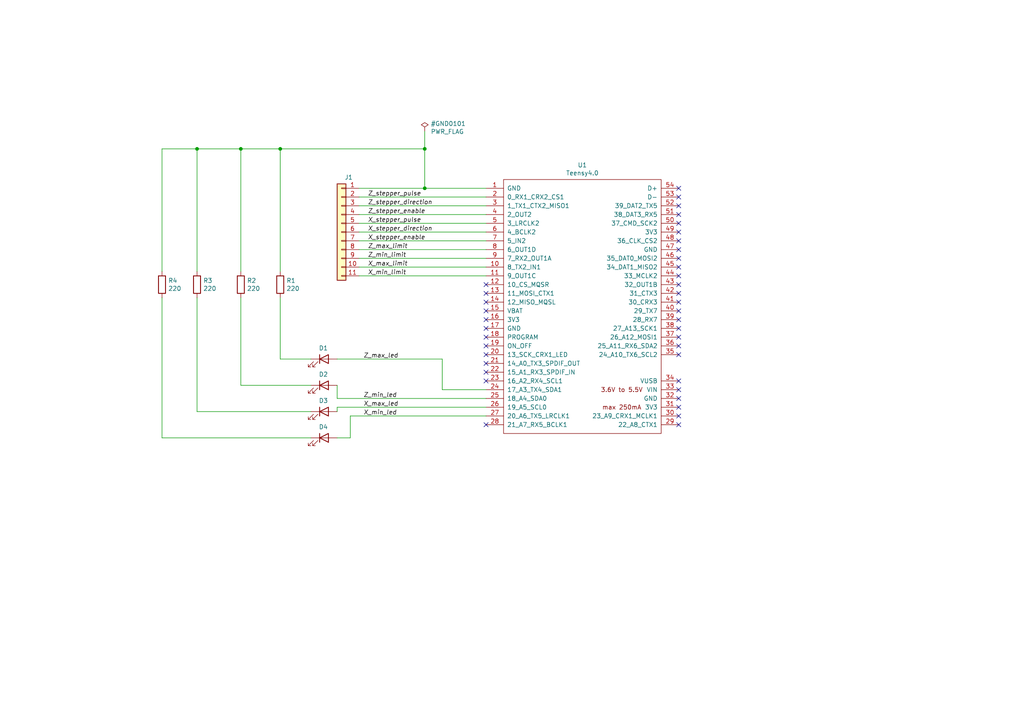
<source format=kicad_sch>
(kicad_sch (version 20211123) (generator eeschema)
  (paper "A4")
  (title_block (title "Teensy motor controller") (date "2022-04-08") (rev "1.1") (company "Satakunta University of Applied Sciences") (comment 1 "Hannu Henttinen") (comment 4 "To be used with TB6600 stepper motor driver"))
  (lib_symbols
    (symbol "Connector_Generic:Conn_01x11" (pin_names (offset 1.016) hide)
      (property "Reference" "J" (at 0 15.24 0))
      (property "Value" "Conn_01x11" (at 0 -15.24 0))
      (symbol "Conn_01x11_1_1"
        (rectangle (start -1.27 -12.573) (end 0 -12.827) (stroke (width 0.1524)))
        (rectangle (start -1.27 -10.033) (end 0 -10.287) (stroke (width 0.1524)))
        (rectangle (start -1.27 -7.493) (end 0 -7.747) (stroke (width 0.1524)))
        (rectangle (start -1.27 -4.953) (end 0 -5.207) (stroke (width 0.1524)))
        (rectangle (start -1.27 -2.413) (end 0 -2.667) (stroke (width 0.1524)))
        (rectangle (start -1.27 0.127) (end 0 -0.127) (stroke (width 0.1524)))
        (rectangle (start -1.27 2.667) (end 0 2.413) (stroke (width 0.1524)))
        (rectangle (start -1.27 5.207) (end 0 4.953) (stroke (width 0.1524)))
        (rectangle (start -1.27 7.747) (end 0 7.493) (stroke (width 0.1524)))
        (rectangle (start -1.27 10.287) (end 0 10.033) (stroke (width 0.1524)))
        (rectangle (start -1.27 12.827) (end 0 12.573) (stroke (width 0.1524)))
        (rectangle (start -1.27 13.97) (end 1.27 -13.97) (stroke (width 0.254)) (fill (type background)))
        (pin passive line (at -5.08 12.7 0) (length 3.81) (name "Pin_1") (number "1"))
        (pin passive line (at -5.08 -10.16 0) (length 3.81) (name "Pin_10") (number "10"))
        (pin passive line (at -5.08 -12.7 0) (length 3.81) (name "Pin_11") (number "11"))
        (pin passive line (at -5.08 10.16 0) (length 3.81) (name "Pin_2") (number "2"))
        (pin passive line (at -5.08 7.62 0) (length 3.81) (name "Pin_3") (number "3"))
        (pin passive line (at -5.08 5.08 0) (length 3.81) (name "Pin_4") (number "4"))
        (pin passive line (at -5.08 2.54 0) (length 3.81) (name "Pin_5") (number "5"))
        (pin passive line (at -5.08 0 0) (length 3.81) (name "Pin_6") (number "6"))
        (pin passive line (at -5.08 -2.54 0) (length 3.81) (name "Pin_7") (number "7"))
        (pin passive line (at -5.08 -5.08 0) (length 3.81) (name "Pin_8") (number "8"))
        (pin passive line (at -5.08 -7.62 0) (length 3.81) (name "Pin_9") (number "9"))
      )
    )
    (symbol "Device:LED" (pin_numbers hide) (pin_names (offset 1.016) hide)
      (property "Reference" "D" (at 0 2.54 0))
      (property "Value" "LED" (at 0 -2.54 0))
      (symbol "LED_0_1"
        (polyline (pts (xy -1.27 -1.27) (xy -1.27 1.27)) (stroke (width 0.254)))
        (polyline (pts (xy -1.27 0) (xy 1.27 0)))
        (polyline (pts (xy 1.27 -1.27) (xy 1.27 1.27) (xy -1.27 0) (xy 1.27 -1.27)) (stroke (width 0.254)))
        (polyline (pts (xy -3.048 -0.762) (xy -4.572 -2.286) (xy -3.81 -2.286) (xy -4.572 -2.286) (xy -4.572 -1.524)))
        (polyline (pts (xy -1.778 -0.762) (xy -3.302 -2.286) (xy -2.54 -2.286) (xy -3.302 -2.286) (xy -3.302 -1.524)))
      )
      (symbol "LED_1_1"
        (pin passive line (at -3.81 0 0) (length 2.54) (name "K") (number "1"))
        (pin passive line (at 3.81 0 180) (length 2.54) (name "A") (number "2"))
      )
    )
    (symbol "Device:R" (pin_numbers hide) (pin_names (offset 0))
      (property "Reference" "R" (at 2.032 0 90))
      (property "Value" "R" (at 0 0 90))
      (symbol "R_0_1"
        (rectangle (start -1.016 -2.54) (end 1.016 2.54) (stroke (width 0.254)))
      )
      (symbol "R_1_1"
        (pin passive line (at 0 3.81 270) (length 1.27) (name "~") (number "1"))
        (pin passive line (at 0 -3.81 90) (length 1.27) (name "~") (number "2"))
      )
    )
    (symbol "power:PWR_FLAG" (power) (pin_numbers hide) (pin_names (offset 0) hide)
      (property "Value" "PWR_FLAG" (at 0 3.81 0))
      (symbol "PWR_FLAG_0_0"
        (pin power_out line (at 0 0 90) (length 0) (name "pwr") (number "1"))
      )
      (symbol "PWR_FLAG_0_1"
        (polyline (pts (xy 0 0) (xy 0 1.27) (xy -1.016 1.905) (xy 0 2.54) (xy 1.016 1.905) (xy 0 1.27)))
      )
    )
    (symbol "teensy_motor_controller-rescue:Teensy4.0-teensy" (pin_names (offset 1.016))
      (property "Reference" "U" (at 0 39.37 0))
      (property "Value" "Teensy4.0-teensy" (at 0 -39.37 0))
      (symbol "Teensy4.0-teensy_0_0"
        (text "3.6V to 5.5V" (at 11.43 -24.13 0) (effects (font (size 1.27 1.27))))
        (text "max 250mA" (at 11.43 -29.21 0) (effects (font (size 1.27 1.27))))
        (pin bidirectional line (at -27.94 11.43 0) (length 5.08) (name "8_TX2_IN1") (number "10"))
        (pin bidirectional line (at -27.94 8.89 0) (length 5.08) (name "9_OUT1C") (number "11"))
        (pin bidirectional line (at -27.94 6.35 0) (length 5.08) (name "10_CS_MQSR") (number "12"))
        (pin bidirectional line (at -27.94 3.81 0) (length 5.08) (name "11_MOSI_CTX1") (number "13"))
        (pin bidirectional line (at -27.94 1.27 0) (length 5.08) (name "12_MISO_MQSL") (number "14"))
        (pin power_in line (at -27.94 -1.27 0) (length 5.08) (name "VBAT") (number "15"))
        (pin power_in line (at -27.94 -3.81 0) (length 5.08) (name "3V3") (number "16"))
        (pin power_in line (at -27.94 -6.35 0) (length 5.08) (name "GND") (number "17"))
        (pin input line (at -27.94 -8.89 0) (length 5.08) (name "PROGRAM") (number "18"))
        (pin input line (at -27.94 -11.43 0) (length 5.08) (name "ON_OFF") (number "19"))
        (pin bidirectional line (at -27.94 -13.97 0) (length 5.08) (name "13_SCK_CRX1_LED") (number "20"))
        (pin bidirectional line (at -27.94 -16.51 0) (length 5.08) (name "14_A0_TX3_SPDIF_OUT") (number "21"))
        (pin bidirectional line (at -27.94 -19.05 0) (length 5.08) (name "15_A1_RX3_SPDIF_IN") (number "22"))
        (pin bidirectional line (at -27.94 -21.59 0) (length 5.08) (name "16_A2_RX4_SCL1") (number "23"))
        (pin bidirectional line (at -27.94 -24.13 0) (length 5.08) (name "17_A3_TX4_SDA1") (number "24"))
        (pin bidirectional line (at -27.94 -26.67 0) (length 5.08) (name "18_A4_SDA0") (number "25"))
        (pin bidirectional line (at -27.94 -29.21 0) (length 5.08) (name "19_A5_SCL0") (number "26"))
        (pin bidirectional line (at -27.94 -31.75 0) (length 5.08) (name "20_A6_TX5_LRCLK1") (number "27"))
        (pin bidirectional line (at -27.94 -34.29 0) (length 5.08) (name "21_A7_RX5_BCLK1") (number "28"))
        (pin bidirectional line (at 27.94 -34.29 180) (length 5.08) (name "22_A8_CTX1") (number "29"))
        (pin bidirectional line (at 27.94 -31.75 180) (length 5.08) (name "23_A9_CRX1_MCLK1") (number "30"))
        (pin power_out line (at 27.94 -29.21 180) (length 5.08) (name "3V3") (number "31"))
        (pin power_in line (at 27.94 -26.67 180) (length 5.08) (name "GND") (number "32"))
        (pin power_in line (at 27.94 -24.13 180) (length 5.08) (name "VIN") (number "33"))
        (pin power_out line (at 27.94 -21.59 180) (length 5.08) (name "VUSB") (number "34"))
        (pin bidirectional line (at 27.94 -13.97 180) (length 5.08) (name "24_A10_TX6_SCL2") (number "35"))
        (pin bidirectional line (at 27.94 -11.43 180) (length 5.08) (name "25_A11_RX6_SDA2") (number "36"))
        (pin bidirectional line (at 27.94 -8.89 180) (length 5.08) (name "26_A12_MOSI1") (number "37"))
        (pin bidirectional line (at 27.94 -6.35 180) (length 5.08) (name "27_A13_SCK1") (number "38"))
        (pin bidirectional line (at 27.94 -3.81 180) (length 5.08) (name "28_RX7") (number "39"))
        (pin bidirectional line (at 27.94 -1.27 180) (length 5.08) (name "29_TX7") (number "40"))
        (pin bidirectional line (at 27.94 1.27 180) (length 5.08) (name "30_CRX3") (number "41"))
        (pin bidirectional line (at 27.94 3.81 180) (length 5.08) (name "31_CTX3") (number "42"))
        (pin bidirectional line (at 27.94 6.35 180) (length 5.08) (name "32_OUT1B") (number "43"))
        (pin bidirectional line (at 27.94 8.89 180) (length 5.08) (name "33_MCLK2") (number "44"))
        (pin bidirectional line (at 27.94 11.43 180) (length 5.08) (name "34_DAT1_MISO2") (number "45"))
        (pin bidirectional line (at 27.94 13.97 180) (length 5.08) (name "35_DAT0_MOSI2") (number "46"))
        (pin power_out line (at 27.94 16.51 180) (length 5.08) (name "GND") (number "47"))
        (pin bidirectional line (at 27.94 19.05 180) (length 5.08) (name "36_CLK_CS2") (number "48"))
        (pin power_out line (at 27.94 21.59 180) (length 5.08) (name "3V3") (number "49"))
        (pin bidirectional line (at -27.94 24.13 0) (length 5.08) (name "3_LRCLK2") (number "5"))
        (pin bidirectional line (at 27.94 24.13 180) (length 5.08) (name "37_CMD_SCK2") (number "50"))
        (pin bidirectional line (at 27.94 26.67 180) (length 5.08) (name "38_DAT3_RX5") (number "51"))
        (pin bidirectional line (at 27.94 29.21 180) (length 5.08) (name "39_DAT2_TX5") (number "52"))
        (pin bidirectional line (at 27.94 31.75 180) (length 5.08) (name "D-") (number "53"))
        (pin bidirectional line (at 27.94 34.29 180) (length 5.08) (name "D+") (number "54"))
        (pin bidirectional line (at -27.94 21.59 0) (length 5.08) (name "4_BCLK2") (number "6"))
        (pin bidirectional line (at -27.94 19.05 0) (length 5.08) (name "5_IN2") (number "7"))
        (pin bidirectional line (at -27.94 16.51 0) (length 5.08) (name "6_OUT1D") (number "8"))
        (pin bidirectional line (at -27.94 13.97 0) (length 5.08) (name "7_RX2_OUT1A") (number "9"))
      )
      (symbol "Teensy4.0-teensy_0_1"
        (rectangle (start -22.86 36.83) (end 22.86 -36.83))
        (rectangle (start -20.32 -31.75) (end -20.32 -31.75))
      )
      (symbol "Teensy4.0-teensy_1_1"
        (pin power_in line (at -27.94 34.29 0) (length 5.08) (name "GND") (number "1"))
        (pin bidirectional line (at -27.94 31.75 0) (length 5.08) (name "0_RX1_CRX2_CS1") (number "2"))
        (pin bidirectional line (at -27.94 29.21 0) (length 5.08) (name "1_TX1_CTX2_MISO1") (number "3"))
        (pin bidirectional line (at -27.94 26.67 0) (length 5.08) (name "2_OUT2") (number "4"))
      )
    )
  )
  (junction (at 123.19 43.18))
  (junction (at 57.15 43.18))
  (junction (at 123.19 54.61))
  (junction (at 69.85 43.18))
  (junction (at 81.28 43.18))
  (no_connect (at 140.97 107.95))
  (no_connect (at 196.85 67.31))
  (no_connect (at 196.85 100.33))
  (no_connect (at 196.85 64.77))
  (no_connect (at 196.85 62.23))
  (no_connect (at 196.85 102.87))
  (no_connect (at 140.97 82.55))
  (no_connect (at 196.85 95.25))
  (no_connect (at 196.85 97.79))
  (no_connect (at 140.97 123.19))
  (no_connect (at 196.85 54.61))
  (no_connect (at 196.85 74.93))
  (no_connect (at 196.85 113.03))
  (no_connect (at 196.85 92.71))
  (no_connect (at 196.85 118.11))
  (no_connect (at 196.85 80.01))
  (no_connect (at 140.97 102.87))
  (no_connect (at 196.85 57.15))
  (no_connect (at 140.97 92.71))
  (no_connect (at 196.85 87.63))
  (no_connect (at 140.97 110.49))
  (no_connect (at 140.97 87.63))
  (no_connect (at 196.85 85.09))
  (no_connect (at 196.85 115.57))
  (no_connect (at 196.85 72.39))
  (no_connect (at 140.97 100.33))
  (no_connect (at 196.85 82.55))
  (no_connect (at 196.85 90.17))
  (no_connect (at 196.85 77.47))
  (no_connect (at 196.85 110.49))
  (no_connect (at 196.85 69.85))
  (no_connect (at 140.97 105.41))
  (no_connect (at 140.97 97.79))
  (no_connect (at 140.97 85.09))
  (no_connect (at 196.85 123.19))
  (no_connect (at 196.85 59.69))
  (no_connect (at 140.97 95.25))
  (no_connect (at 140.97 90.17))
  (no_connect (at 196.85 120.65))
  (wire (pts (xy 90.17 111.76) (xy 69.85 111.76)))
  (wire (pts (xy 46.99 43.18) (xy 57.15 43.18)))
  (wire (pts (xy 104.14 59.69) (xy 140.97 59.69)))
  (wire (pts (xy 104.14 69.85) (xy 140.97 69.85)))
  (wire (pts (xy 123.19 43.18) (xy 81.28 43.18)))
  (wire (pts (xy 46.99 127) (xy 46.99 86.36)))
  (wire (pts (xy 101.6 127) (xy 97.79 127)))
  (wire (pts (xy 123.19 54.61) (xy 140.97 54.61)))
  (wire (pts (xy 140.97 115.57) (xy 97.79 115.57)))
  (wire (pts (xy 140.97 72.39) (xy 104.14 72.39)))
  (wire (pts (xy 46.99 78.74) (xy 46.99 43.18)))
  (wire (pts (xy 90.17 127) (xy 46.99 127)))
  (wire (pts (xy 140.97 57.15) (xy 104.14 57.15)))
  (wire (pts (xy 90.17 119.38) (xy 57.15 119.38)))
  (wire (pts (xy 69.85 111.76) (xy 69.85 86.36)))
  (wire (pts (xy 101.6 120.65) (xy 101.6 127)))
  (wire (pts (xy 140.97 120.65) (xy 101.6 120.65)))
  (wire (pts (xy 97.79 118.11) (xy 97.79 119.38)))
  (wire (pts (xy 69.85 43.18) (xy 81.28 43.18)))
  (wire (pts (xy 104.14 77.47) (xy 140.97 77.47)))
  (wire (pts (xy 128.27 113.03) (xy 128.27 104.14)))
  (wire (pts (xy 57.15 43.18) (xy 69.85 43.18)))
  (wire (pts (xy 140.97 74.93) (xy 104.14 74.93)))
  (wire (pts (xy 140.97 80.01) (xy 104.14 80.01)))
  (wire (pts (xy 104.14 54.61) (xy 123.19 54.61)))
  (wire (pts (xy 69.85 78.74) (xy 69.85 43.18)))
  (wire (pts (xy 90.17 104.14) (xy 81.28 104.14)))
  (wire (pts (xy 97.79 115.57) (xy 97.79 111.76)))
  (wire (pts (xy 140.97 113.03) (xy 128.27 113.03)))
  (wire (pts (xy 140.97 62.23) (xy 104.14 62.23)))
  (wire (pts (xy 57.15 119.38) (xy 57.15 86.36)))
  (wire (pts (xy 81.28 104.14) (xy 81.28 86.36)))
  (wire (pts (xy 140.97 118.11) (xy 97.79 118.11)))
  (wire (pts (xy 128.27 104.14) (xy 97.79 104.14)))
  (wire (pts (xy 104.14 64.77) (xy 140.97 64.77)))
  (wire (pts (xy 123.19 54.61) (xy 123.19 43.18)))
  (wire (pts (xy 140.97 67.31) (xy 104.14 67.31)))
  (wire (pts (xy 123.19 43.18) (xy 123.19 38.1)))
  (wire (pts (xy 81.28 43.18) (xy 81.28 78.74)))
  (wire (pts (xy 57.15 78.74) (xy 57.15 43.18)))
  (label "Z_min_led" (at 105.41 115.57 0) (effects (font italic)))
  (label "Z_min_limit" (at 106.68 74.93 0) (effects (font italic)))
  (label "X_min_limit" (at 106.68 80.01 0) (effects (font italic)))
  (label "Z_max_led" (at 105.41 104.14 0) (effects (font italic)))
  (label "X_stepper_enable" (at 106.68 69.85 0) (effects (font italic)))
  (label "X_max_limit" (at 106.68 77.47 0) (effects (font italic)))
  (label "Z_max_limit" (at 106.68 72.39 0) (effects (font italic)))
  (label "Z_stepper_pulse" (at 106.68 57.15 0) (effects (font italic)))
  (label "X_max_led" (at 105.41 118.11 0) (effects (font italic)))
  (label "Z_stepper_enable" (at 106.68 62.23 0) (effects (font italic)))
  (label "X_stepper_pulse" (at 106.68 64.77 0) (effects (font italic)))
  (label "X_min_led" (at 105.41 120.65 0) (effects (font italic)))
  (label "X_stepper_direction" (at 106.68 67.31 0) (effects (font italic)))
  (label "Z_stepper_direction" (at 106.68 59.69 0) (effects (font italic)))
  (symbol (lib_id "teensy_motor_controller-rescue:Teensy4.0-teensy") (at 168.91 88.9 0) (unit 1)
    (property "Reference" "U1" (at 168.91 47.879 0))
    (property "Value" "Teensy4.0" (at 168.91 50.1904 0))
    (property "Footprint" "teensy:Teensy40_side_pins" (effects hide))
  )
  (symbol (lib_id "Connector_Generic:Conn_01x11") (at 99.06 67.31 0) (mirror y) (unit 1)
    (property "Reference" "J1" (at 101.1428 51.435 0))
    (property "Value" "Conn_01x11" (effects hide))
    (property "Footprint" "TerminalBlock_Phoenix:TerminalBlock_Phoenix_MKDS-1,5-11-5.08_1x11_P5.08mm_Horizontal" (effects hide))
  )
  (symbol (lib_id "Device:R") (at 81.28 82.55 0) (unit 1)
    (property "Reference" "R1" (at 83.058 81.3816 0) (effects (justify left)))
    (property "Value" "220" (at 83.058 83.693 0) (effects (justify left)))
    (property "Footprint" "Resistor_THT:R_Axial_DIN0204_L3.6mm_D1.6mm_P5.08mm_Horizontal" (effects hide))
  )
  (symbol (lib_id "Device:R") (at 69.85 82.55 0) (unit 1)
    (property "Reference" "R2" (at 71.628 81.3816 0) (effects (justify left)))
    (property "Value" "220" (at 71.628 83.693 0) (effects (justify left)))
    (property "Footprint" "Resistor_THT:R_Axial_DIN0204_L3.6mm_D1.6mm_P5.08mm_Horizontal" (effects hide))
  )
  (symbol (lib_id "Device:R") (at 57.15 82.55 0) (unit 1)
    (property "Reference" "R3" (at 58.928 81.3816 0) (effects (justify left)))
    (property "Value" "220" (at 58.928 83.693 0) (effects (justify left)))
    (property "Footprint" "Resistor_THT:R_Axial_DIN0204_L3.6mm_D1.6mm_P5.08mm_Horizontal" (effects hide))
  )
  (symbol (lib_id "Device:R") (at 46.99 82.55 0) (unit 1)
    (property "Reference" "R4" (at 48.768 81.3816 0) (effects (justify left)))
    (property "Value" "220" (at 48.768 83.693 0) (effects (justify left)))
    (property "Footprint" "Resistor_THT:R_Axial_DIN0204_L3.6mm_D1.6mm_P5.08mm_Horizontal" (effects hide))
  )
  (symbol (lib_id "power:PWR_FLAG") (at 123.19 38.1 0) (unit 1)
    (property "Reference" "#GND0101" (at 124.9172 35.8648 0) (effects (justify left)))
    (property "Value" "PWR_FLAG" (at 124.9172 38.1762 0) (effects (justify left)))
  )
  (symbol (lib_id "Device:LED") (at 93.98 104.14 0) (unit 1)
    (property "Reference" "D1" (at 93.8022 100.965 0))
    (property "Value" "LED" (effects hide))
    (property "Footprint" "LED_THT:LED_D3.0mm" (effects hide))
  )
  (symbol (lib_id "Device:LED") (at 93.98 111.76 0) (unit 1)
    (property "Reference" "D2" (at 93.8022 108.585 0))
    (property "Value" "LED" (effects hide))
    (property "Footprint" "LED_THT:LED_D3.0mm" (effects hide))
  )
  (symbol (lib_id "Device:LED") (at 93.98 119.38 0) (unit 1)
    (property "Reference" "D3" (at 93.8022 116.205 0))
    (property "Value" "LED" (effects hide))
    (property "Footprint" "LED_THT:LED_D3.0mm" (effects hide))
  )
  (symbol (lib_id "Device:LED") (at 93.98 127 0) (unit 1)
    (property "Reference" "D4" (at 93.8022 123.825 0))
    (property "Value" "LED" (effects hide))
    (property "Footprint" "LED_THT:LED_D3.0mm" (effects hide))
  )
)
</source>
